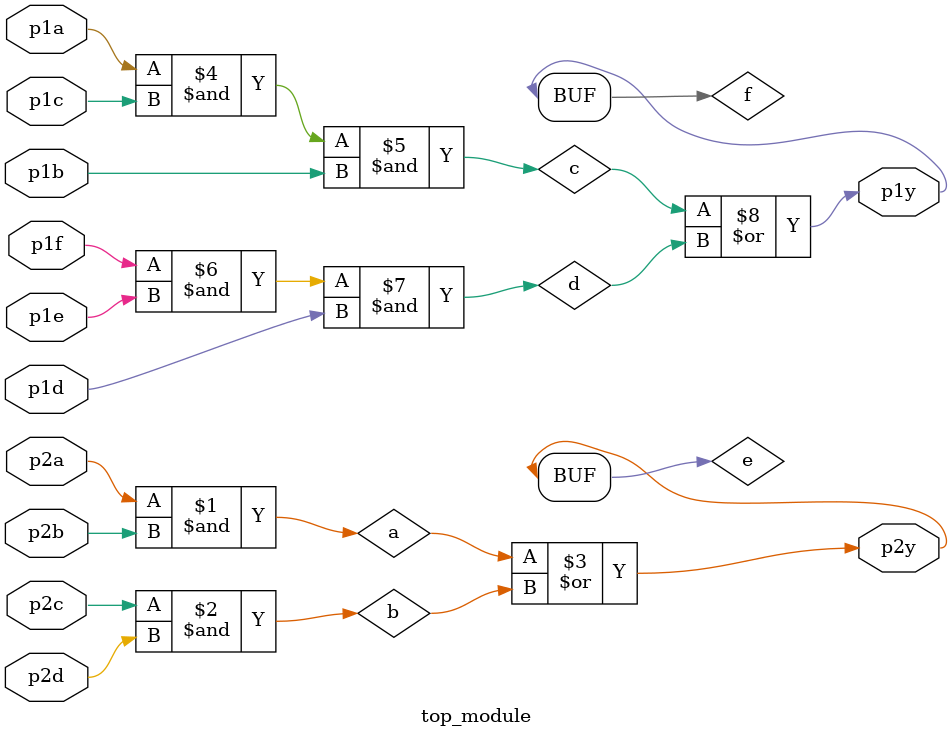
<source format=v>

module top_module ( 
    input p1a, p1b, p1c, p1d, p1e, p1f,
    output p1y,
    input p2a, p2b, p2c, p2d,
    output p2y );
wire a,b,c,d,e,f;
    and(a,p2a,p2b);
    and(b,p2c,p2d);
    or(e,a,b);
    
    and(c,p1a,p1c,p1b);
    and(d,p1f,p1e,p1d);
    or(f,c,d);
    
    assign p2y=e;
    assign p1y=f;

endmodule

</source>
